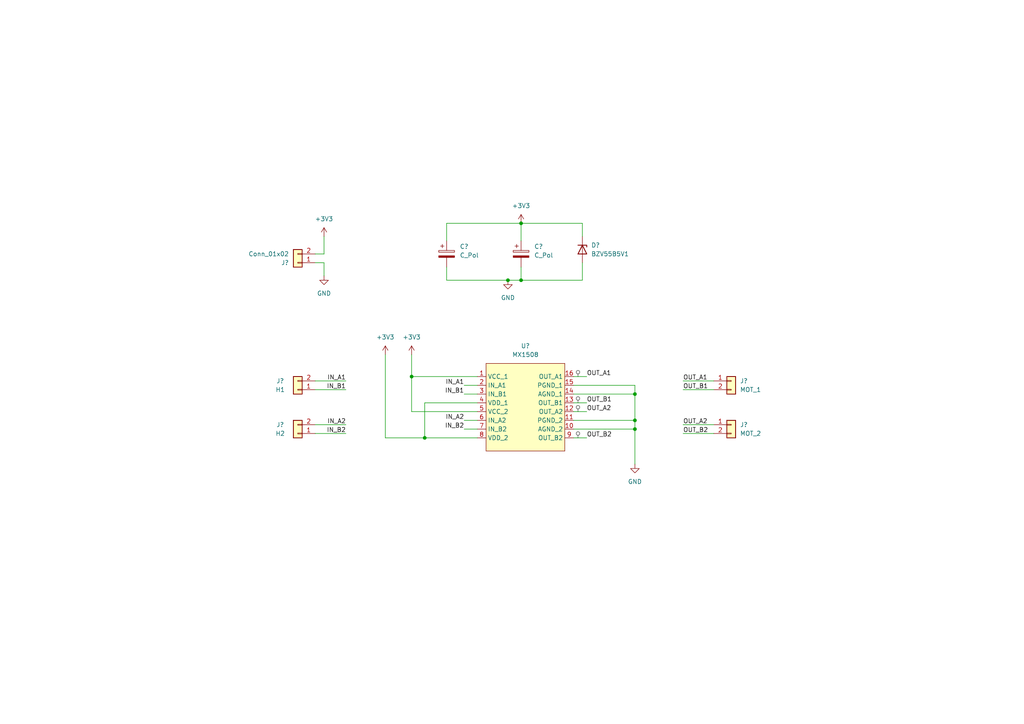
<source format=kicad_sch>
(kicad_sch (version 20230121) (generator eeschema)
  (paper "A4")
  (lib_symbols
    (symbol "Componentes_Usuario:MX1508"
      (property "Reference" "U" (at -11.43 13.97 0))
      (property "Value" "MX1508" (at -5.08 -1.27 0))
      (symbol "MX1508_1_1"
        (rectangle (start -11.43 12.7) (end 11.43 -12.7) (fill (type background)))
        (pin passive line (at -13.97 8.89 0) (length 2.54) (name "VCC_1") (number "1"))
        (pin passive line (at 13.97 -6.35 180) (length 2.54) (name "AGND_2") (number "10"))
        (pin passive line (at 13.97 -3.81 180) (length 2.54) (name "PGND_2") (number "11"))
        (pin passive line (at 13.97 -1.27 180) (length 2.54) (name "OUT_A2") (number "12"))
        (pin passive line (at 13.97 1.27 180) (length 2.54) (name "OUT_B1") (number "13"))
        (pin passive line (at 13.97 3.81 180) (length 2.54) (name "AGND_1") (number "14"))
        (pin passive line (at 13.97 6.35 180) (length 2.54) (name "PGND_1") (number "15"))
        (pin passive line (at 13.97 8.89 180) (length 2.54) (name "OUT_A1") (number "16"))
        (pin passive line (at -13.97 6.35 0) (length 2.54) (name "IN_A1") (number "2"))
        (pin passive line (at -13.97 3.81 0) (length 2.54) (name "IN_B1") (number "3"))
        (pin passive line (at -13.97 1.27 0) (length 2.54) (name "VDD_1") (number "4"))
        (pin passive line (at -13.97 -1.27 0) (length 2.54) (name "VCC_2") (number "5"))
        (pin passive line (at -13.97 -3.81 0) (length 2.54) (name "IN_A2") (number "6"))
        (pin passive line (at -13.97 -6.35 0) (length 2.54) (name "IN_B2") (number "7"))
        (pin passive line (at -13.97 -8.89 0) (length 2.54) (name "VDD_2") (number "8"))
        (pin passive line (at 13.97 -8.89 180) (length 2.54) (name "OUT_B2") (number "9"))
      )
    )
    (symbol "Connector_Generic:Conn_01x02" (pin_names (offset 1.016) hide)
      (property "Reference" "J" (at 0 2.54 0))
      (property "Value" "Conn_01x02" (at 0 -5.08 0))
      (symbol "Conn_01x02_1_1"
        (rectangle (start -1.27 -2.413) (end 0 -2.667) (stroke (width 0.1524)))
        (rectangle (start -1.27 0.127) (end 0 -0.127) (stroke (width 0.1524)))
        (rectangle (start -1.27 1.27) (end 1.27 -3.81) (stroke (width 0.254)) (fill (type background)))
        (pin passive line (at -5.08 0 0) (length 3.81) (name "Pin_1") (number "1"))
        (pin passive line (at -5.08 -2.54 0) (length 3.81) (name "Pin_2") (number "2"))
      )
    )
    (symbol "Device:C_Polarized" (pin_numbers hide) (pin_names (offset 0.254))
      (property "Reference" "C" (at 0.635 2.54 0))
      (property "Value" "C_Polarized" (at 0.635 -2.54 0))
      (symbol "C_Polarized_0_1"
        (rectangle (start -2.286 0.508) (end 2.286 1.016))
        (polyline (pts (xy -1.778 2.286) (xy -0.762 2.286)))
        (polyline (pts (xy -1.27 2.794) (xy -1.27 1.778)))
        (rectangle (start 2.286 -0.508) (end -2.286 -1.016) (fill (type outline)))
      )
      (symbol "C_Polarized_1_1"
        (pin passive line (at 0 3.81 270) (length 2.794) (name "~") (number "1"))
        (pin passive line (at 0 -3.81 90) (length 2.794) (name "~") (number "2"))
      )
    )
    (symbol "Diode:BZV55B5V1" (pin_numbers hide) (pin_names hide)
      (property "Reference" "D" (at 0 2.54 0))
      (property "Value" "BZV55B5V1" (at 0 -2.54 0))
      (symbol "BZV55B5V1_0_1"
        (polyline (pts (xy 1.27 0) (xy -1.27 0)))
        (polyline (pts (xy -1.27 -1.27) (xy -1.27 1.27) (xy -0.762 1.27)) (stroke (width 0.254)))
        (polyline (pts (xy 1.27 -1.27) (xy 1.27 1.27) (xy -1.27 0) (xy 1.27 -1.27)) (stroke (width 0.254)))
      )
      (symbol "BZV55B5V1_1_1"
        (pin passive line (at -3.81 0 0) (length 2.54) (name "K") (number "1"))
        (pin passive line (at 3.81 0 180) (length 2.54) (name "A") (number "2"))
      )
    )
    (symbol "power:+3V3" (power) (pin_names (offset 0))
      (property "Value" "+3V3" (at 0 3.556 0))
      (symbol "+3V3_0_1"
        (polyline (pts (xy -0.762 1.27) (xy 0 2.54)))
        (polyline (pts (xy 0 0) (xy 0 2.54)))
        (polyline (pts (xy 0 2.54) (xy 0.762 1.27)))
      )
      (symbol "+3V3_1_1"
        (pin power_in line (at 0 0 90) (length 0) hide (name "+3V3") (number "1"))
      )
    )
    (symbol "power:GND" (power) (pin_names (offset 0))
      (property "Value" "GND" (at 0 -3.81 0))
      (symbol "GND_0_1"
        (polyline (pts (xy 0 0) (xy 0 -1.27) (xy 1.27 -1.27) (xy 0 -2.54) (xy -1.27 -1.27) (xy 0 -1.27)))
      )
      (symbol "GND_1_1"
        (pin power_in line (at 0 0 270) (length 0) hide (name "GND") (number "1"))
      )
    )
  )
  (junction (at 123.19 127))
  (junction (at 151.13 64.77))
  (junction (at 151.13 81.28))
  (junction (at 184.15 124.46))
  (junction (at 184.15 114.3))
  (junction (at 147.32 81.28))
  (junction (at 184.15 121.92))
  (junction (at 119.38 109.22))
  (wire (pts (xy 184.15 124.46) (xy 166.37 124.46)))
  (wire (pts (xy 166.37 111.76) (xy 184.15 111.76)))
  (wire (pts (xy 91.44 125.73) (xy 100.33 125.73)))
  (wire (pts (xy 184.15 114.3) (xy 166.37 114.3)))
  (wire (pts (xy 168.91 81.28) (xy 168.91 76.2)))
  (wire (pts (xy 129.54 81.28) (xy 147.32 81.28)))
  (wire (pts (xy 166.37 116.84) (xy 170.18 116.84)))
  (wire (pts (xy 184.15 124.46) (xy 184.15 134.62)))
  (wire (pts (xy 123.19 116.84) (xy 123.19 127)))
  (wire (pts (xy 119.38 119.38) (xy 138.43 119.38)))
  (wire (pts (xy 111.76 127) (xy 111.76 102.87)))
  (wire (pts (xy 91.44 76.2) (xy 93.98 76.2)))
  (wire (pts (xy 91.44 113.03) (xy 100.33 113.03)))
  (wire (pts (xy 198.12 113.03) (xy 207.01 113.03)))
  (wire (pts (xy 129.54 64.77) (xy 151.13 64.77)))
  (wire (pts (xy 119.38 119.38) (xy 119.38 109.22)))
  (wire (pts (xy 166.37 119.38) (xy 170.18 119.38)))
  (wire (pts (xy 119.38 102.87) (xy 119.38 109.22)))
  (wire (pts (xy 151.13 77.47) (xy 151.13 81.28)))
  (wire (pts (xy 166.37 121.92) (xy 184.15 121.92)))
  (wire (pts (xy 129.54 69.85) (xy 129.54 64.77)))
  (wire (pts (xy 123.19 127) (xy 111.76 127)))
  (wire (pts (xy 91.44 110.49) (xy 100.33 110.49)))
  (wire (pts (xy 91.44 123.19) (xy 100.33 123.19)))
  (wire (pts (xy 119.38 109.22) (xy 138.43 109.22)))
  (wire (pts (xy 166.37 127) (xy 170.18 127)))
  (wire (pts (xy 138.43 114.3) (xy 134.62 114.3)))
  (wire (pts (xy 184.15 114.3) (xy 184.15 121.92)))
  (wire (pts (xy 198.12 110.49) (xy 207.01 110.49)))
  (wire (pts (xy 123.19 116.84) (xy 138.43 116.84)))
  (wire (pts (xy 151.13 81.28) (xy 168.91 81.28)))
  (wire (pts (xy 198.12 123.19) (xy 207.01 123.19)))
  (wire (pts (xy 151.13 64.77) (xy 168.91 64.77)))
  (wire (pts (xy 151.13 64.77) (xy 151.13 69.85)))
  (wire (pts (xy 138.43 111.76) (xy 134.62 111.76)))
  (wire (pts (xy 198.12 125.73) (xy 207.01 125.73)))
  (wire (pts (xy 147.32 81.28) (xy 151.13 81.28)))
  (wire (pts (xy 93.98 76.2) (xy 93.98 80.01)))
  (wire (pts (xy 129.54 77.47) (xy 129.54 81.28)))
  (wire (pts (xy 138.43 124.46) (xy 134.62 124.46)))
  (wire (pts (xy 168.91 64.77) (xy 168.91 68.58)))
  (wire (pts (xy 138.43 121.92) (xy 134.62 121.92)))
  (wire (pts (xy 93.98 73.66) (xy 91.44 73.66)))
  (wire (pts (xy 166.37 109.22) (xy 170.18 109.22)))
  (wire (pts (xy 123.19 127) (xy 138.43 127)))
  (wire (pts (xy 184.15 111.76) (xy 184.15 114.3)))
  (wire (pts (xy 184.15 121.92) (xy 184.15 124.46)))
  (wire (pts (xy 93.98 68.58) (xy 93.98 73.66)))
  (label "IN_A2" (at 134.62 121.92 180))
  (label "OUT_B1" (at 198.12 113.03 0))
  (label "IN_B2" (at 100.33 125.73 180))
  (label "OUT_A2" (at 170.18 119.38 0))
  (label "OUT_B1" (at 170.18 116.84 0))
  (label "IN_B1" (at 100.33 113.03 180))
  (label "IN_B2" (at 134.62 124.46 180))
  (label "IN_A2" (at 100.33 123.19 180))
  (label "OUT_B2" (at 198.12 125.73 0))
  (label "IN_B1" (at 134.62 114.3 180))
  (label "OUT_A1" (at 198.12 110.49 0))
  (label "OUT_A2" (at 198.12 123.19 0))
  (label "IN_A1" (at 100.33 110.49 180))
  (label "OUT_B2" (at 170.18 127 0))
  (label "OUT_A1" (at 170.18 109.22 0))
  (label "IN_A1" (at 134.62 111.76 180))
  (netclass_flag "" (length 1.27) (shape round) (at 167.64 127 0) (property "Netclass" "Power" (effects hide)))
  (netclass_flag "" (length 1.27) (shape round) (at 167.64 109.22 0) (property "Netclass" "Power" (effects hide)))
  (netclass_flag "" (length 1.27) (shape round) (at 167.64 116.84 0) (property "Netclass" "Power" (effects hide)))
  (netclass_flag "" (length 1.27) (shape round) (at 167.64 119.38 0) (property "Netclass" "Power" (effects hide)))
  (symbol (lib_id "Device:C_Polarized") (at 129.54 73.66 0) (unit 1)
    (property "Reference" "C?" (at 133.35 71.501 0) (effects (justify left)))
    (property "Value" "C_Pol" (at 133.35 74.041 0) (effects (justify left)))
    (property "Footprint" "Capacitor_SMD:CP_Elec_6.3x5.9" (effects hide))
    (instances (project "PCB_MAQUEEN_V1" (path "" (reference "C?") (unit 1)) (path "" (reference "C6") (unit 1))))
  )
  (symbol (lib_id "power:GND") (at 147.32 81.28 0) (unit 1)
    (property "Reference" "#PWR08" (effects hide))
    (property "Value" "GND" (at 147.32 86.36 0))
    (instances (project "PCB_MAQUEEN_V1" (path "" (reference "#PWR08") (unit 1)) (path "" (reference "#PWR031") (unit 1))))
  )
  (symbol (lib_id "Connector_Generic:Conn_01x02") (at 86.36 113.03 180) (unit 1)
    (property "Reference" "J?" (at 81.28 110.49 0))
    (property "Value" "H1" (at 81.28 113.03 0))
    (property "Footprint" "Connector_PinHeader_2.54mm:PinHeader_1x02_P2.54mm_Vertical" (effects hide))
    (instances (project "PCB_MAQUEEN_V1" (path "" (reference "J?") (unit 1)) (path "" (reference "J4") (unit 1))))
  )
  (symbol (lib_id "Device:C_Polarized") (at 151.13 73.66 0) (unit 1)
    (property "Reference" "C?" (at 154.94 71.501 0) (effects (justify left)))
    (property "Value" "C_Pol" (at 154.94 74.041 0) (effects (justify left)))
    (property "Footprint" "Capacitor_SMD:CP_Elec_6.3x5.9" (effects hide))
    (instances (project "PCB_MAQUEEN_V1" (path "" (reference "C?") (unit 1)) (path "" (reference "C7") (unit 1))))
  )
  (symbol (lib_id "Connector_Generic:Conn_01x02") (at 212.09 110.49 0) (unit 1)
    (property "Reference" "J?" (at 214.63 110.49 0) (effects (justify left)))
    (property "Value" "MOT_1" (at 214.63 113.03 0) (effects (justify left)))
    (property "Footprint" "Connector_PinHeader_2.54mm:PinHeader_1x02_P2.54mm_Vertical" (effects hide))
    (instances (project "PCB_MAQUEEN_V1" (path "" (reference "J?") (unit 1)) (path "" (reference "J3") (unit 1))))
  )
  (symbol (lib_id "Connector_Generic:Conn_01x02") (at 86.36 125.73 180) (unit 1)
    (property "Reference" "J?" (at 81.28 123.19 0))
    (property "Value" "H2" (at 81.28 125.73 0))
    (property "Footprint" "Connector_PinHeader_2.54mm:PinHeader_1x02_P2.54mm_Vertical" (effects hide))
    (instances (project "PCB_MAQUEEN_V1" (path "" (reference "J?") (unit 1)) (path "" (reference "J6") (unit 1))))
  )
  (symbol (lib_id "Diode:BZV55B5V1") (at 168.91 72.39 270) (unit 1)
    (property "Reference" "D?" (at 171.45 71.12 90) (effects (justify left)))
    (property "Value" "BZV55B5V1" (at 171.45 73.66 90) (effects (justify left)))
    (property "Footprint" "Diode_SMD:D_MiniMELF" (effects hide))
    (property "Datasheet" "https://assets.nexperia.com/documents/data-sheet/BZV55_SER.pdf" (effects hide))
    (instances (project "PCB_MAQUEEN_V1" (path "" (reference "D?") (unit 1)) (path "" (reference "D5") (unit 1))))
  )
  (symbol (lib_id "Componentes_Usuario:MX1508") (at 152.4 118.11 0) (unit 1)
    (property "Reference" "U?" (at 152.4 100.33 0))
    (property "Value" "MX1508" (at 152.4 102.87 0))
    (property "Footprint" "Footprint_lib_user:MX1508" (effects hide))
    (instances (project "PCB_MAQUEEN_V1" (path "" (reference "U?") (unit 1)) (path "" (reference "U4") (unit 1))))
  )
  (symbol (lib_id "Connector_Generic:Conn_01x02") (at 212.09 123.19 0) (unit 1)
    (property "Reference" "J?" (at 214.63 123.19 0) (effects (justify left)))
    (property "Value" "MOT_2" (at 214.63 125.73 0) (effects (justify left)))
    (property "Footprint" "Connector_PinHeader_2.54mm:PinHeader_1x02_P2.54mm_Vertical" (effects hide))
    (instances (project "PCB_MAQUEEN_V1" (path "" (reference "J?") (unit 1)) (path "" (reference "J5") (unit 1))))
  )
  (symbol (lib_id "power:GND") (at 93.98 80.01 0) (unit 1)
    (property "Reference" "#PWR04" (effects hide))
    (property "Value" "GND" (at 93.98 85.09 0))
    (instances (project "PCB_MAQUEEN_V1" (path "" (reference "#PWR04") (unit 1)) (path "" (reference "#PWR030") (unit 1))))
  )
  (symbol (lib_id "power:+3V3") (at 151.13 64.77 0) (unit 1)
    (property "Reference" "#PWR03" (effects hide))
    (property "Value" "+3V3" (at 151.13 59.69 0))
    (instances (project "PCB_MAQUEEN_V1" (path "" (reference "#PWR03") (unit 1)) (path "" (reference "#PWR04") (unit 1))))
  )
  (symbol (lib_id "power:+3V3") (at 111.76 102.87 0) (unit 1)
    (property "Reference" "#PWR03" (effects hide))
    (property "Value" "+3V3" (at 111.76 97.79 0))
    (instances (project "PCB_MAQUEEN_V1" (path "" (reference "#PWR03") (unit 1)) (path "" (reference "#PWR027") (unit 1))))
  )
  (symbol (lib_id "power:GND") (at 184.15 134.62 0) (unit 1)
    (property "Reference" "#PWR01" (effects hide))
    (property "Value" "GND" (at 184.15 139.7 0))
    (instances (project "PCB_MAQUEEN_V1" (path "" (reference "#PWR01") (unit 1)) (path "" (reference "#PWR034") (unit 1))))
  )
  (symbol (lib_id "power:+3V3") (at 93.98 68.58 0) (unit 1)
    (property "Reference" "#PWR03" (effects hide))
    (property "Value" "+3V3" (at 93.98 63.5 0))
    (instances (project "PCB_MAQUEEN_V1" (path "" (reference "#PWR03") (unit 1)) (path "" (reference "#PWR05") (unit 1))))
  )
  (symbol (lib_id "power:+3V3") (at 119.38 102.87 0) (unit 1)
    (property "Reference" "#PWR03" (effects hide))
    (property "Value" "+3V3" (at 119.38 97.79 0))
    (instances (project "PCB_MAQUEEN_V1" (path "" (reference "#PWR03") (unit 1)) (path "" (reference "#PWR028") (unit 1))))
  )
  (symbol (lib_id "Connector_Generic:Conn_01x02") (at 86.36 76.2 180) (unit 1)
    (property "Reference" "J?" (at 83.82 76.2 0) (effects (justify left)))
    (property "Value" "Conn_01x02" (at 83.82 73.66 0) (effects (justify left)))
    (property "Footprint" "Connector_PinHeader_2.54mm:PinHeader_1x02_P2.54mm_Vertical" (effects hide))
    (instances (project "PCB_MAQUEEN_V1" (path "" (reference "J?") (unit 1)) (path "" (reference "J2") (unit 1))))
  )
)
</source>
